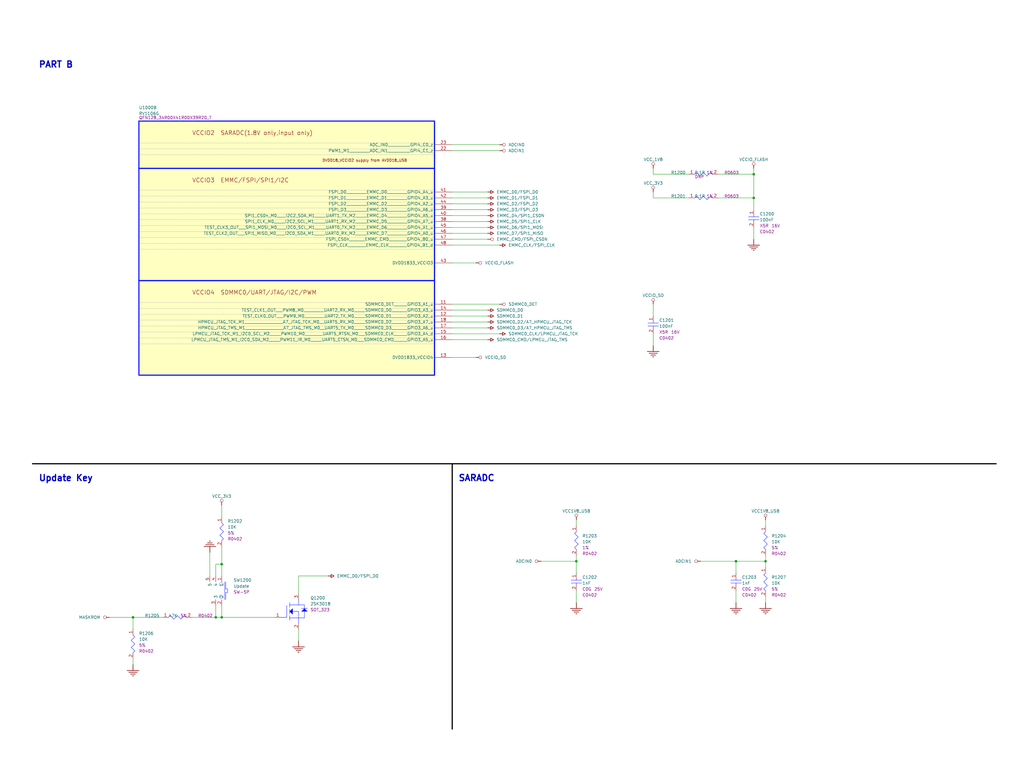
<source format=kicad_sch>
(kicad_sch (version 20250114) (generator "eeschema") (generator_version "9.0")
  (paper "User" 440 326.7)
  (text "Update Key" (at 16.51 207.264 0) (effects (font (size 2.667 2.667) (thickness 0.5334) (bold yes)) (justify left bottom)))
  (text "PART B" (at 16.51 29.464 0) (effects (font (size 2.667 2.667) (thickness 0.5334) (bold yes)) (justify left bottom)))
  (text "SARADC" (at 196.85 207.264 0) (effects (font (size 2.667 2.667) (thickness 0.5334) (bold yes)) (justify left bottom)))
  (junction (at 323.85 74.93))
  (junction (at 92.71 265.43))
  (junction (at 323.85 85.09))
  (junction (at 57.15 265.43))
  (junction (at 95.25 265.43))
  (junction (at 247.65 241.3))
  (junction (at 95.25 242.57))
  (junction (at 316.23 241.3))
  (junction (at 328.93 241.3))
  (wire (pts (xy 209.55 85.09) (xy 194.31 85.09)))
  (wire (pts (xy 209.55 100.33) (xy 194.31 100.33)))
  (wire (pts (xy 280.67 72.39) (xy 280.67 74.93)))
  (wire (pts (xy 92.71 265.43) (xy 82.55 265.43)))
  (wire (pts (xy 209.55 140.97) (xy 194.31 140.97)))
  (wire (pts (xy 247.65 226.06) (xy 247.65 223.52)))
  (wire (pts (xy 323.85 102.87) (xy 323.85 97.79)))
  (wire (pts (xy 209.55 146.05) (xy 194.31 146.05)))
  (wire (pts (xy 328.93 241.3) (xy 328.93 238.76)))
  (wire (pts (xy 214.63 143.51) (xy 194.31 143.51)))
  (wire (pts (xy 57.15 265.43) (xy 46.99 265.43)))
  (wire (pts (xy 209.55 97.79) (xy 194.31 97.79)))
  (wire (pts (xy 209.55 133.35) (xy 194.31 133.35)))
  (wire (pts (xy 323.85 74.93) (xy 323.85 72.39)))
  (wire (pts (xy 57.15 285.75) (xy 57.15 283.21)))
  (wire (pts (xy 323.85 90.17) (xy 323.85 85.09)))
  (wire (pts (xy 280.67 74.93) (xy 295.91 74.93)))
  (polyline (pts (xy 194.31 199.39) (xy 194.31 313.436)) (stroke (width 0.508) (type solid) (color 0 0 0 1)))
  (wire (pts (xy 323.85 85.09) (xy 323.85 74.93)))
  (wire (pts (xy 140.97 247.65) (xy 128.27 247.65)))
  (wire (pts (xy 128.27 247.65) (xy 128.27 255.27)))
  (wire (pts (xy 92.71 265.43) (xy 92.71 260.35)))
  (wire (pts (xy 328.93 226.06) (xy 328.93 223.52)))
  (wire (pts (xy 92.71 242.57) (xy 95.25 242.57)))
  (wire (pts (xy 95.25 265.43) (xy 92.71 265.43)))
  (wire (pts (xy 118.11 265.43) (xy 95.25 265.43)))
  (wire (pts (xy 209.55 95.25) (xy 194.31 95.25)))
  (wire (pts (xy 209.55 90.17) (xy 194.31 90.17)))
  (wire (pts (xy 214.63 105.41) (xy 194.31 105.41)))
  (wire (pts (xy 90.17 237.49) (xy 90.17 247.65)))
  (wire (pts (xy 69.85 265.43) (xy 57.15 265.43)))
  (wire (pts (xy 95.25 242.57) (xy 95.25 234.95)))
  (wire (pts (xy 95.25 265.43) (xy 95.25 260.35)))
  (wire (pts (xy 295.91 85.09) (xy 280.67 85.09)))
  (polyline (pts (xy 13.97 199.39) (xy 427.99 199.39)) (stroke (width 0.508) (type solid) (color 0 0 0 1)))
  (wire (pts (xy 95.25 247.65) (xy 95.25 242.57)))
  (wire (pts (xy 209.55 92.71) (xy 194.31 92.71)))
  (wire (pts (xy 214.63 130.81) (xy 194.31 130.81)))
  (wire (pts (xy 214.63 62.23) (xy 194.31 62.23)))
  (wire (pts (xy 128.27 275.59) (xy 128.27 270.51)))
  (wire (pts (xy 209.55 82.55) (xy 194.31 82.55)))
  (wire (pts (xy 247.65 259.08) (xy 247.65 254)))
  (wire (pts (xy 316.23 246.38) (xy 316.23 241.3)))
  (wire (pts (xy 316.23 259.08) (xy 316.23 254)))
  (wire (pts (xy 209.55 87.63) (xy 194.31 87.63)))
  (wire (pts (xy 57.15 265.43) (xy 57.15 270.51)))
  (wire (pts (xy 209.55 138.43) (xy 194.31 138.43)))
  (wire (pts (xy 316.23 241.3) (xy 328.93 241.3)))
  (wire (pts (xy 209.55 102.87) (xy 194.31 102.87)))
  (wire (pts (xy 328.93 243.84) (xy 328.93 241.3)))
  (wire (pts (xy 247.65 241.3) (xy 232.41 241.3)))
  (wire (pts (xy 209.55 135.89) (xy 194.31 135.89)))
  (wire (pts (xy 280.67 85.09) (xy 280.67 82.55)))
  (wire (pts (xy 328.93 259.08) (xy 328.93 256.54)))
  (wire (pts (xy 300.99 241.3) (xy 316.23 241.3)))
  (wire (pts (xy 204.47 113.03) (xy 194.31 113.03)))
  (wire (pts (xy 280.67 148.59) (xy 280.67 143.51)))
  (wire (pts (xy 308.61 74.93) (xy 323.85 74.93)))
  (wire (pts (xy 247.65 246.38) (xy 247.65 241.3)))
  (wire (pts (xy 308.61 85.09) (xy 323.85 85.09)))
  (wire (pts (xy 214.63 64.77) (xy 194.31 64.77)))
  (wire (pts (xy 247.65 238.76) (xy 247.65 241.3)))
  (wire (pts (xy 95.25 222.25) (xy 95.25 217.17)))
  (wire (pts (xy 280.67 135.89) (xy 280.67 130.81)))
  (wire (pts (xy 92.71 247.65) (xy 92.71 242.57)))
  (wire (pts (xy 204.47 153.67) (xy 194.31 153.67)))
  (symbol (lib_id "RV1106G_EVB1_V11_20220401LX-altium-import:EMMC_D4/SPI1_CS0N_ARROW") (at 209.55 92.71 90) (unit 1)
    (property "Reference" "#PWR?" (effects (hide yes)))
    (property "Value" "EMMC_D4/SPI1_CS0N" (at 213.36 92.71 90) (effects (justify right)))
  )
  (symbol (lib_id "RV1106G_EVB1_V11_20220401LX-altium-import:SDMMC0_D0_ARROW") (at 209.55 133.35 90) (unit 1)
    (property "Reference" "#PWR?" (effects (hide yes)))
    (property "Value" "SDMMC0_D0" (at 213.36 133.35 90) (effects (justify right)))
  )
  (symbol (lib_id "*:root_0_RESISTOR_Dup1_*") (at 92.71 224.79 0) (unit 1)
    (property "Reference" "R1202" (at 97.79 224.79 0) (effects (justify left bottom)))
    (property "Value" "10K" (at 97.79 227.33 0) (effects (justify left bottom)))
    (property "Footprint" "R0402" (effects (hide yes)))
    (property "Description" "通用厚膜电阻,10K,+/-5%,R0402,1/16W." (effects (hide yes)))
    (property "PCB FOOTPRINT" "R0402" (at 97.79 232.41 0) (effects (justify left bottom)))
    (property "TOLERANCE" "5%" (at 97.79 229.87 0) (effects (justify left bottom)))
    (property "CREATED BY" "YTL" (effects (hide yes)))
    (property "MANUFACTURER PN" "RC0402JR-0710KL" (effects (hide yes)))
    (property "MANUFACTURER" "YAGEO" (effects (hide yes)))
    (property "WATTAGE" "1/16W" (effects (hide yes)))
    (property "PART TYPE" "通用厚膜电阻" (effects (hide yes)))
    (property "PRIORITY" "A" (effects (hide yes)))
    (property "RK PN" "RC0402JR-0710KL" (effects (hide yes)))
  )
  (symbol (lib_id "RV1106G_EVB1_V11_20220401LX-altium-import:GND_POWER_GROUND") (at 90.17 237.49 180) (unit 1)
    (property "Reference" "#PWR?" (effects (hide yes)))
    (property "Value" "GND" (effects (hide yes)))
  )
  (symbol (lib_id "RV1106G_EVB1_V11_20220401LX-altium-import:GND_POWER_GROUND") (at 128.27 275.59 0) (unit 1)
    (property "Reference" "#PWR?" (effects (hide yes)))
    (property "Value" "GND" (effects (hide yes)))
  )
  (symbol (lib_id "RV1106G_EVB1_V11_20220401LX-altium-import:GND_POWER_GROUND") (at 280.67 148.59 0) (unit 1)
    (property "Reference" "#PWR?" (effects (hide yes)))
    (property "Value" "GND" (effects (hide yes)))
  )
  (symbol (lib_id "RV1106G_EVB1_V11_20220401LX-altium-import:ADCIN0_CIRCLE") (at 214.63 62.23 90) (unit 1)
    (property "Reference" "#PWR?" (effects (hide yes)))
    (property "Value" "ADCIN0" (at 218.44 62.23 90) (effects (justify right)))
  )
  (symbol (lib_id "RV1106G_EVB1_V11_20220401LX-altium-import:VCCIO_SD_CIRCLE") (at 204.47 153.67 90) (unit 1)
    (property "Reference" "#PWR?" (effects (hide yes)))
    (property "Value" "VCCIO_SD" (at 208.28 153.67 90) (effects (justify right)))
  )
  (symbol (lib_id "RV1106G_EVB1_V11_20220401LX-altium-import:VCCIO_FLASH_CIRCLE") (at 204.47 113.03 90) (unit 1)
    (property "Reference" "#PWR?" (effects (hide yes)))
    (property "Value" "VCCIO_FLASH" (at 208.28 113.03 90) (effects (justify right)))
  )
  (symbol (lib_id "RV1106G_EVB1_V11_20220401LX-altium-import:EMMC_D0/FSPI_D0_ARROW") (at 140.97 247.65 90) (unit 1)
    (property "Reference" "#PWR?" (effects (hide yes)))
    (property "Value" "EMMC_D0/FSPI_D0" (at 144.78 247.65 90) (effects (justify right)))
  )
  (symbol (lib_id "RV1106G_EVB1_V11_20220401LX-altium-import:EMMC_D2/FSPI_D2_ARROW") (at 209.55 87.63 90) (unit 1)
    (property "Reference" "#PWR?" (effects (hide yes)))
    (property "Value" "EMMC_D2/FSPI_D2" (at 213.36 87.63 90) (effects (justify right)))
  )
  (symbol (lib_id "*:root_0_RESISTOR_Dup1_*") (at 54.61 273.05 0) (unit 1)
    (property "Reference" "R1206" (at 59.69 273.05 0) (effects (justify left bottom)))
    (property "Value" "10K" (at 59.69 275.59 0) (effects (justify left bottom)))
    (property "Footprint" "R0402" (effects (hide yes)))
    (property "Description" "通用厚膜电阻,10K,+/-5%,R0402,1/16W." (effects (hide yes)))
    (property "PCB FOOTPRINT" "R0402" (at 59.69 280.67 0) (effects (justify left bottom)))
    (property "TOLERANCE" "5%" (at 59.69 278.13 0) (effects (justify left bottom)))
    (property "CREATED BY" "YTL" (effects (hide yes)))
    (property "MANUFACTURER PN" "RC0402JR-0710KL" (effects (hide yes)))
    (property "MANUFACTURER" "YAGEO" (effects (hide yes)))
    (property "WATTAGE" "1/16W" (effects (hide yes)))
    (property "PART TYPE" "通用厚膜电阻" (effects (hide yes)))
    (property "PRIORITY" "A" (effects (hide yes)))
    (property "RK PN" "RC0402JR-0710KL" (effects (hide yes)))
  )
  (symbol (lib_id "RV1106G_EVB1_V11_20220401LX-altium-import:GND_POWER_GROUND") (at 247.65 259.08 0) (unit 1)
    (property "Reference" "#PWR?" (effects (hide yes)))
    (property "Value" "GND" (effects (hide yes)))
  )
  (symbol (lib_name "root_0_mirrored_RESISTOR_Dup1_*_1") (lib_id "*:root_0_mirrored_RESISTOR_Dup1_*") (at 250.19 228.6 0) (unit 1)
    (property "Reference" "R1203" (at 250.19 231.14 0) (effects (justify left bottom)))
    (property "Value" "10K" (at 250.19 233.68 0) (effects (justify left bottom)))
    (property "Footprint" "R0402" (effects (hide yes)))
    (property "Description" "通用厚膜电阻,10K,+/-1%,R0402,1/16W." (effects (hide yes)))
    (property "PCB FOOTPRINT" "R0402" (at 250.19 238.76 0) (effects (justify left bottom)))
    (property "TOLERANCE" "1%" (at 250.19 236.22 0) (effects (justify left bottom)))
    (property "RK PN" "RC0402FR-0710KL" (effects (hide yes)))
    (property "PRIORITY" "A" (effects (hide yes)))
    (property "PART TYPE" "通用厚膜电阻" (effects (hide yes)))
    (property "WATTAGE" "1/16W" (effects (hide yes)))
    (property "MANUFACTURER" "YAGEO" (effects (hide yes)))
    (property "MANUFACTURER PN" "RC0402FR-0710KL" (effects (hide yes)))
    (property "CREATED BY" "YTL" (effects (hide yes)))
  )
  (symbol (lib_id "RV1106G_EVB1_V11_20220401LX-altium-import:VCC_1V8_CIRCLE") (at 280.67 72.39 180) (unit 1)
    (property "Reference" "#PWR?" (effects (hide yes)))
    (property "Value" "VCC_1V8" (at 280.67 68.58 0))
  )
  (symbol (lib_id "RV1106G_EVB1_V11_20220401LX-altium-import:ADCIN0_ARROW") (at 232.41 241.3 270) (unit 1)
    (property "Reference" "#PWR?" (effects (hide yes)))
    (property "Value" "ADCIN0" (at 228.6 241.3 90) (effects (justify right)))
  )
  (symbol (lib_id "RV1106G_EVB1_V11_20220401LX-altium-import:VCC1V8_USB_CIRCLE") (at 247.65 223.52 180) (unit 1)
    (property "Reference" "#PWR?" (effects (hide yes)))
    (property "Value" "VCC1V8_USB" (at 247.65 219.71 0))
  )
  (symbol (lib_id "*:root_0_SOCKET_RV1106G_*") (at 59.69 52.07 0) (unit 2)
    (property "Reference" "U1000" (at 59.69 46.99 0) (effects (justify left bottom)))
    (property "Value" "RV1106G" (at 59.69 49.53 0) (effects (justify left bottom)))
    (property "Footprint" "QFN128_34R00X41R00X39R20_T" (effects (hide yes)))
    (property "PCB FOOTPRINT" "QFN128_34R00X41R00X39R20_T" (at 59.69 51.308 0) (effects (justify left bottom)))
    (property "SPLIT_INST" "TRUE" (effects (hide yes)))
    (property "SWAP_INFO" "(S1+S2+S3+S4)" (effects (hide yes)))
  )
  (symbol (lib_name "root_1_RESISTOR_Dup1_*_1") (lib_id "*:root_1_RESISTOR_Dup1_*") (at 298.45 87.63 0) (unit 1)
    (property "Reference" "R1201" (at 288.29 85.09 0) (effects (justify left bottom)))
    (property "Value" "0.1R" (at 298.45 85.09 0) (effects (justify left bottom)))
    (property "Footprint" "R0402" (effects (hide yes)))
    (property "Description" "厚膜低阻值电阻,0R1,+/-1%,R0603,1/10W." (effects (hide yes)))
    (property "PCB FOOTPRINT" "R0603" (at 311.15 85.09 0) (effects (justify left bottom)))
    (property "TOLERANCE" "1%" (at 303.53 85.09 0) (effects (justify left bottom)))
    (property "CREATED BY" "YTL" (effects (hide yes)))
    (property "MANUFACTURER PN" "RL0603FR-070R1L" (effects (hide yes)))
    (property "MANUFACTURER" "YAGEO" (effects (hide yes)))
    (property "WATTAGE" "1/10W" (effects (hide yes)))
    (property "PART TYPE" "厚膜低阻值电阻" (effects (hide yes)))
    (property "PRIORITY" "A" (effects (hide yes)))
    (property "RK PN" "RL0603FR-070R1L" (effects (hide yes)))
  )
  (symbol (lib_id "*:root_3_SW4P_5_*") (at 97.79 250.19 0) (unit 1)
    (property "Reference" "SW1200" (at 100.33 250.19 0) (effects (justify left bottom)))
    (property "Value" "Update" (at 100.33 252.73 0) (effects (justify left bottom)))
    (property "Footprint" "SW-5P" (effects (hide yes)))
    (property "Description" "KEY,SMT" (effects (hide yes)))
    (property "PCB FOOTPRINT" "SW-5P" (at 100.33 255.27 0) (effects (justify left bottom)))
  )
  (symbol (lib_id "RV1106G_EVB1_V11_20220401LX-altium-import:GND_POWER_GROUND") (at 57.15 285.75 0) (unit 1)
    (property "Reference" "#PWR?" (effects (hide yes)))
    (property "Value" "GND" (effects (hide yes)))
  )
  (symbol (lib_id "RV1106G_EVB1_V11_20220401LX-altium-import:SDMMC0_CMD/LPMCU_JTAG_TMS_ARROW") (at 209.55 146.05 90) (unit 1)
    (property "Reference" "#PWR?" (effects (hide yes)))
    (property "Value" "SDMMC0_CMD/LPMCU_JTAG_TMS" (at 213.36 146.05 90) (effects (justify right)))
  )
  (symbol (lib_id "RV1106G_EVB1_V11_20220401LX-altium-import:VCC1V8_USB_CIRCLE") (at 328.93 223.52 180) (unit 1)
    (property "Reference" "#PWR?" (effects (hide yes)))
    (property "Value" "VCC1V8_USB" (at 328.93 219.71 0))
  )
  (symbol (lib_id "RV1106G_EVB1_V11_20220401LX-altium-import:VCC_3V3_CIRCLE") (at 280.67 82.55 180) (unit 1)
    (property "Reference" "#PWR?" (effects (hide yes)))
    (property "Value" "VCC_3V3" (at 280.67 78.74 0))
  )
  (symbol (lib_id "RV1106G_EVB1_V11_20220401LX-altium-import:SDMMC0_DET_CIRCLE") (at 214.63 130.81 90) (unit 1)
    (property "Reference" "#PWR?" (effects (hide yes)))
    (property "Value" "SDMMC0_DET" (at 218.44 130.81 90) (effects (justify right)))
  )
  (symbol (lib_name "root_1_RESISTOR_Dup1_*_2") (lib_id "*:root_1_RESISTOR_Dup1_*") (at 298.45 77.47 0) (unit 1)
    (property "Reference" "R1200" (at 288.29 74.93 0) (effects (justify left bottom)))
    (property "Value" "0.1R" (at 298.45 74.93 0) (effects (justify left bottom)))
    (property "Footprint" "R0402" (effects (hide yes)))
    (property "Description" "厚膜低阻值电阻,0R1,+/-1%,R0603,1/10W." (effects (hide yes)))
    (property "PCB FOOTPRINT" "R0603" (at 311.15 74.93 0) (effects (justify left bottom)))
    (property "TOLERANCE" "1%" (at 303.53 74.93 0) (effects (justify left bottom)))
    (property "CREATED BY" "YTL" (effects (hide yes)))
    (property "MANUFACTURER PN" "RL0603FR-070R1L" (effects (hide yes)))
    (property "MANUFACTURER" "YAGEO" (effects (hide yes)))
    (property "WATTAGE" "1/10W" (effects (hide yes)))
    (property "PART TYPE" "厚膜低阻值电阻" (effects (hide yes)))
    (property "PRIORITY" "A" (effects (hide yes)))
    (property "RK PN" "RL0603FR-070R1L" (effects (hide yes)))
    (property "OPTION" "DNP" (at 298.45 76.708 0) (effects (justify left bottom)))
  )
  (symbol (lib_id "RV1106G_EVB1_V11_20220401LX-altium-import:SDMMC0_D2/A7_HPMCU_JTAG_TCK_ARROW") (at 209.55 138.43 90) (unit 1)
    (property "Reference" "#PWR?" (effects (hide yes)))
    (property "Value" "SDMMC0_D2/A7_HPMCU_JTAG_TCK" (at 213.36 138.43 90) (effects (justify right)))
  )
  (symbol (lib_id "RV1106G_EVB1_V11_20220401LX-altium-import:SDMMC0_D3/A7_HPMCU_JTAG_TMS_ARROW") (at 209.55 140.97 90) (unit 1)
    (property "Reference" "#PWR?" (effects (hide yes)))
    (property "Value" "SDMMC0_D3/A7_HPMCU_JTAG_TMS" (at 213.36 140.97 90) (effects (justify right)))
  )
  (symbol (lib_id "RV1106G_EVB1_V11_20220401LX-altium-import:VCCIO_SD_CIRCLE") (at 280.67 130.81 180) (unit 1)
    (property "Reference" "#PWR?" (effects (hide yes)))
    (property "Value" "VCCIO_SD" (at 280.67 127 0))
  )
  (symbol (lib_id "*:root_0_mirrored_RESISTOR_Dup1_*") (at 331.47 228.6 0) (unit 1)
    (property "Reference" "R1204" (at 331.47 231.14 0) (effects (justify left bottom)))
    (property "Value" "10K" (at 331.47 233.68 0) (effects (justify left bottom)))
    (property "Footprint" "R0402" (effects (hide yes)))
    (property "Description" "通用厚膜电阻,10K,+/-5%,R0402,1/16W." (effects (hide yes)))
    (property "PCB FOOTPRINT" "R0402" (at 331.47 238.76 0) (effects (justify left bottom)))
    (property "TOLERANCE" "5%" (at 331.47 236.22 0) (effects (justify left bottom)))
    (property "RK PN" "RC0402JR-0710KL" (effects (hide yes)))
    (property "PRIORITY" "A" (effects (hide yes)))
    (property "PART TYPE" "通用厚膜电阻" (effects (hide yes)))
    (property "WATTAGE" "1/16W" (effects (hide yes)))
    (property "MANUFACTURER" "YAGEO" (effects (hide yes)))
    (property "MANUFACTURER PN" "RC0402JR-0710KL" (effects (hide yes)))
    (property "CREATED BY" "YTL" (effects (hide yes)))
  )
  (symbol (lib_id "RV1106G_EVB1_V11_20220401LX-altium-import:ADCIN1_CIRCLE") (at 214.63 64.77 90) (unit 1)
    (property "Reference" "#PWR?" (effects (hide yes)))
    (property "Value" "ADCIN1" (at 218.44 64.77 90) (effects (justify right)))
  )
  (symbol (lib_id "RV1106G_EVB1_V11_20220401LX-altium-import:GND_POWER_GROUND") (at 323.85 102.87 0) (unit 1)
    (property "Reference" "#PWR?" (effects (hide yes)))
    (property "Value" "GND" (effects (hide yes)))
  )
  (symbol (lib_name "root_0_CAP NP_*_2") (lib_id "*:root_0_CAP NP_*") (at 278.13 138.43 0) (unit 1)
    (property "Reference" "C1201" (at 283.21 138.43 0) (effects (justify left bottom)))
    (property "Value" "100nF" (at 283.21 140.97 0) (effects (justify left bottom)))
    (property "Footprint" "C0402" (effects (hide yes)))
    (property "Description" "cap,100.00nF,+/-10%,16V,X5R,C0402" (effects (hide yes)))
    (property "DIELECTRIC" "X5R" (at 283.21 143.51 0) (effects (justify left bottom)))
    (property "PCB FOOTPRINT" "C0402" (at 283.21 146.05 0) (effects (justify left bottom)))
    (property "VOLTAGE" "16V" (at 288.29 143.51 0) (effects (justify left bottom)))
    (property "RK PN" "C1005X5R1C104K050BA" (effects (hide yes)))
    (property "PRIORITY" "A" (effects (hide yes)))
    (property "PART TYPE" "C0402" (effects (hide yes)))
    (property "TOLERANCE" "10%" (effects (hide yes)))
    (property "MANUFACTURER" "TDK" (effects (hide yes)))
    (property "MANUFACTURER PN" "C1005X5R1C104K050BA" (effects (hide yes)))
    (property "CREATED BY" "JJJ" (effects (hide yes)))
  )
  (symbol (lib_id "RV1106G_EVB1_V11_20220401LX-altium-import:SDMMC0_CLK/LPMCU_JTAG_TCK_ARROW") (at 214.63 143.51 90) (unit 1)
    (property "Reference" "#PWR?" (effects (hide yes)))
    (property "Value" "SDMMC0_CLK/LPMCU_JTAG_TCK" (at 218.44 143.51 90) (effects (justify right)))
  )
  (symbol (lib_id "RV1106G_EVB1_V11_20220401LX-altium-import:EMMC_D7/SPI1_MISO_ARROW") (at 209.55 100.33 90) (unit 1)
    (property "Reference" "#PWR?" (effects (hide yes)))
    (property "Value" "EMMC_D7/SPI1_MISO" (at 213.36 100.33 90) (effects (justify right)))
  )
  (symbol (lib_id "RV1106G_EVB1_V11_20220401LX-altium-import:ADCIN1_ARROW") (at 300.99 241.3 270) (unit 1)
    (property "Reference" "#PWR?" (effects (hide yes)))
    (property "Value" "ADCIN1" (at 297.18 241.3 90) (effects (justify right)))
  )
  (symbol (lib_id "RV1106G_EVB1_V11_20220401LX-altium-import:VCCIO_FLASH_CIRCLE") (at 323.85 72.39 180) (unit 1)
    (property "Reference" "#PWR?" (effects (hide yes)))
    (property "Value" "VCCIO_FLASH" (at 323.85 68.58 0))
  )
  (symbol (lib_id "RV1106G_EVB1_V11_20220401LX-altium-import:MASKROM_CIRCLE") (at 46.99 265.43 270) (unit 1)
    (property "Reference" "#PWR?" (effects (hide yes)))
    (property "Value" "MASKROM" (at 43.18 265.43 90) (effects (justify right)))
  )
  (symbol (lib_id "RV1106G_EVB1_V11_20220401LX-altium-import:SDMMC0_D1_ARROW") (at 209.55 135.89 90) (unit 1)
    (property "Reference" "#PWR?" (effects (hide yes)))
    (property "Value" "SDMMC0_D1" (at 213.36 135.89 90) (effects (justify right)))
  )
  (symbol (lib_id "RV1106G_EVB1_V11_20220401LX-altium-import:EMMC_D0/FSPI_D0_ARROW") (at 209.55 82.55 90) (unit 1)
    (property "Reference" "#PWR?" (effects (hide yes)))
    (property "Value" "EMMC_D0/FSPI_D0" (at 213.36 82.55 90) (effects (justify right)))
  )
  (symbol (lib_id "RV1106G_EVB1_V11_20220401LX-altium-import:EMMC_D5/SPI1_CLK_ARROW") (at 209.55 95.25 90) (unit 1)
    (property "Reference" "#PWR?" (effects (hide yes)))
    (property "Value" "EMMC_D5/SPI1_CLK" (at 213.36 95.25 90) (effects (justify right)))
  )
  (symbol (lib_id "*:root_0_MOSFET N_*") (at 120.65 257.81 0) (unit 1)
    (property "Reference" "Q1200" (at 133.35 257.81 0) (effects (justify left bottom)))
    (property "Value" "2SK3018" (at 133.35 260.35 0) (effects (justify left bottom)))
    (property "Footprint" "SOT23" (effects (hide yes)))
    (property "Description" "NMOS,2SK3018,SOT_323,Id=0.1A,Vds=30V" (effects (hide yes)))
    (property "PCB FOOTPRINT" "SOT_323" (at 133.35 262.89 0) (effects (justify left bottom)))
    (property "CREATED BY" "JJJ" (effects (hide yes)))
    (property "MANUFACTURER PN" "2SK3018" (effects (hide yes)))
    (property "MANUFACTURER" "ROHM" (effects (hide yes)))
    (property "PD" "0.2W" (effects (hide yes)))
    (property "VGSTH" "1.5V" (effects (hide yes)))
    (property "VDS" "30V" (effects (hide yes)))
    (property "VGS" "20V" (effects (hide yes)))
    (property "RDS" "5ohm" (effects (hide yes)))
    (property "ID_MAX" "0.1A" (effects (hide yes)))
    (property "PART TYPE" "NMOS" (effects (hide yes)))
    (property "PRIORITY" "A" (effects (hide yes)))
    (property "RK PN" "2SK3018" (effects (hide yes)))
  )
  (symbol (lib_id "RV1106G_EVB1_V11_20220401LX-altium-import:GND_POWER_GROUND") (at 328.93 259.08 0) (unit 1)
    (property "Reference" "#PWR?" (effects (hide yes)))
    (property "Value" "GND" (effects (hide yes)))
  )
  (symbol (lib_id "*:root_0_CAP NP_*") (at 313.69 248.92 0) (unit 1)
    (property "Reference" "C1203" (at 318.77 248.92 0) (effects (justify left bottom)))
    (property "Value" "1nF" (at 318.77 251.46 0) (effects (justify left bottom)))
    (property "Footprint" "C0402" (effects (hide yes)))
    (property "Description" "cap,1.00nF,+/-5%,25V,C0G,C0402" (effects (hide yes)))
    (property "DIELECTRIC" "C0G" (at 318.77 254 0) (effects (justify left bottom)))
    (property "PCB FOOTPRINT" "C0402" (at 318.77 256.54 0) (effects (justify left bottom)))
    (property "VOLTAGE" "25V" (at 323.85 254 0) (effects (justify left bottom)))
    (property "CREATED BY" "JJJ" (effects (hide yes)))
    (property "MANUFACTURER PN" "C1005C0G1E102J050BA" (effects (hide yes)))
    (property "MANUFACTURER" "TDK" (effects (hide yes)))
    (property "TOLERANCE" "5%" (effects (hide yes)))
    (property "PART TYPE" "C0402" (effects (hide yes)))
    (property "PRIORITY" "A" (effects (hide yes)))
    (property "RK PN" "C1005C0G1E102J050BA" (effects (hide yes)))
  )
  (symbol (lib_id "RV1106G_EVB1_V11_20220401LX-altium-import:EMMC_CLK/FSPI_CLK_ARROW") (at 214.63 105.41 90) (unit 1)
    (property "Reference" "#PWR?" (effects (hide yes)))
    (property "Value" "EMMC_CLK/FSPI_CLK" (at 218.44 105.41 90) (effects (justify right)))
  )
  (symbol (lib_id "RV1106G_EVB1_V11_20220401LX-altium-import:EMMC_CMD/FSPI_CS0N_ARROW") (at 209.55 102.87 90) (unit 1)
    (property "Reference" "#PWR?" (effects (hide yes)))
    (property "Value" "EMMC_CMD/FSPI_CS0N" (at 213.36 102.87 90) (effects (justify right)))
  )
  (symbol (lib_id "RV1106G_EVB1_V11_20220401LX-altium-import:EMMC_D1/FSPI_D1_ARROW") (at 209.55 85.09 90) (unit 1)
    (property "Reference" "#PWR?" (effects (hide yes)))
    (property "Value" "EMMC_D1/FSPI_D1" (at 213.36 85.09 90) (effects (justify right)))
  )
  (symbol (lib_id "*:root_1_RESISTOR_Dup1_*") (at 72.39 267.97 0) (unit 1)
    (property "Reference" "R1205" (at 62.23 265.43 0) (effects (justify left bottom)))
    (property "Value" "47K" (at 72.39 265.43 0) (effects (justify left bottom)))
    (property "Footprint" "R0402" (effects (hide yes)))
    (property "Description" "通用厚膜电阻,47K,+/-5%,R0402,1/16W." (effects (hide yes)))
    (property "PCB FOOTPRINT" "R0402" (at 85.09 265.43 0) (effects (justify left bottom)))
    (property "TOLERANCE" "5%" (at 77.47 265.43 0) (effects (justify left bottom)))
    (property "CREATED BY" "YTL" (effects (hide yes)))
    (property "MANUFACTURER PN" "RC0402JR-0747KL" (effects (hide yes)))
    (property "MANUFACTURER" "YAGEO" (effects (hide yes)))
    (property "WATTAGE" "1/16W" (effects (hide yes)))
    (property "PART TYPE" "通用厚膜电阻" (effects (hide yes)))
    (property "PRIORITY" "A" (effects (hide yes)))
    (property "RK PN" "RC0402JR-0747KL" (effects (hide yes)))
  )
  (symbol (lib_id "*:root_0_CAP NP_*") (at 245.11 248.92 0) (unit 1)
    (property "Reference" "C1202" (at 250.19 248.92 0) (effects (justify left bottom)))
    (property "Value" "1nF" (at 250.19 251.46 0) (effects (justify left bottom)))
    (property "Footprint" "C0402" (effects (hide yes)))
    (property "Description" "cap,1.00nF,+/-5%,25V,C0G,C0402" (effects (hide yes)))
    (property "DIELECTRIC" "C0G" (at 250.19 254 0) (effects (justify left bottom)))
    (property "PCB FOOTPRINT" "C0402" (at 250.19 256.54 0) (effects (justify left bottom)))
    (property "VOLTAGE" "25V" (at 255.27 254 0) (effects (justify left bottom)))
    (property "RK PN" "C1005C0G1E102J050BA" (effects (hide yes)))
    (property "PRIORITY" "A" (effects (hide yes)))
    (property "PART TYPE" "C0402" (effects (hide yes)))
    (property "TOLERANCE" "5%" (effects (hide yes)))
    (property "MANUFACTURER" "TDK" (effects (hide yes)))
    (property "MANUFACTURER PN" "C1005C0G1E102J050BA" (effects (hide yes)))
    (property "CREATED BY" "JJJ" (effects (hide yes)))
  )
  (symbol (lib_id "*:root_0_mirrored_RESISTOR_Dup1_*") (at 331.47 246.38 0) (unit 1)
    (property "Reference" "R1207" (at 331.47 248.92 0) (effects (justify left bottom)))
    (property "Value" "10K" (at 331.47 251.46 0) (effects (justify left bottom)))
    (property "Footprint" "R0402" (effects (hide yes)))
    (property "Description" "通用厚膜电阻,10K,+/-5%,R0402,1/16W." (effects (hide yes)))
    (property "PCB FOOTPRINT" "R0402" (at 331.47 256.54 0) (effects (justify left bottom)))
    (property "TOLERANCE" "5%" (at 331.47 254 0) (effects (justify left bottom)))
    (property "RK PN" "RC0402JR-0710KL" (effects (hide yes)))
    (property "PRIORITY" "A" (effects (hide yes)))
    (property "PART TYPE" "通用厚膜电阻" (effects (hide yes)))
    (property "WATTAGE" "1/16W" (effects (hide yes)))
    (property "MANUFACTURER" "YAGEO" (effects (hide yes)))
    (property "MANUFACTURER PN" "RC0402JR-0710KL" (effects (hide yes)))
    (property "CREATED BY" "YTL" (effects (hide yes)))
  )
  (symbol (lib_id "RV1106G_EVB1_V11_20220401LX-altium-import:EMMC_D6/SPI1_MOSI_ARROW") (at 209.55 97.79 90) (unit 1)
    (property "Reference" "#PWR?" (effects (hide yes)))
    (property "Value" "EMMC_D6/SPI1_MOSI" (at 213.36 97.79 90) (effects (justify right)))
  )
  (symbol (lib_name "root_0_CAP NP_*_1") (lib_id "*:root_0_CAP NP_*") (at 321.31 92.71 0) (unit 1)
    (property "Reference" "C1200" (at 326.39 92.71 0) (effects (justify left bottom)))
    (property "Value" "100nF" (at 326.39 95.25 0) (effects (justify left bottom)))
    (property "Footprint" "C0402" (effects (hide yes)))
    (property "Description" "cap,100.00nF,+/-10%,16V,X5R,C0402" (effects (hide yes)))
    (property "DIELECTRIC" "X5R" (at 326.39 97.79 0) (effects (justify left bottom)))
    (property "PCB FOOTPRINT" "C0402" (at 326.39 100.33 0) (effects (justify left bottom)))
    (property "VOLTAGE" "16V" (at 331.47 97.79 0) (effects (justify left bottom)))
    (property "RK PN" "C1005X5R1C104K050BA" (effects (hide yes)))
    (property "PRIORITY" "A" (effects (hide yes)))
    (property "PART TYPE" "C0402" (effects (hide yes)))
    (property "TOLERANCE" "10%" (effects (hide yes)))
    (property "MANUFACTURER" "TDK" (effects (hide yes)))
    (property "MANUFACTURER PN" "C1005X5R1C104K050BA" (effects (hide yes)))
    (property "CREATED BY" "JJJ" (effects (hide yes)))
  )
  (symbol (lib_id "RV1106G_EVB1_V11_20220401LX-altium-import:VCC_3V3_CIRCLE") (at 95.25 217.17 180) (unit 1)
    (property "Reference" "#PWR?" (effects (hide yes)))
    (property "Value" "VCC_3V3" (at 95.25 213.36 0))
  )
  (symbol (lib_id "RV1106G_EVB1_V11_20220401LX-altium-import:GND_POWER_GROUND") (at 316.23 259.08 0) (unit 1)
    (property "Reference" "#PWR?" (effects (hide yes)))
    (property "Value" "GND" (effects (hide yes)))
  )
  (symbol (lib_id "RV1106G_EVB1_V11_20220401LX-altium-import:EMMC_D3/FSPI_D3_ARROW") (at 209.55 90.17 90) (unit 1)
    (property "Reference" "#PWR?" (effects (hide yes)))
    (property "Value" "EMMC_D3/FSPI_D3" (at 213.36 90.17 90) (effects (justify right)))
  )
)
</source>
